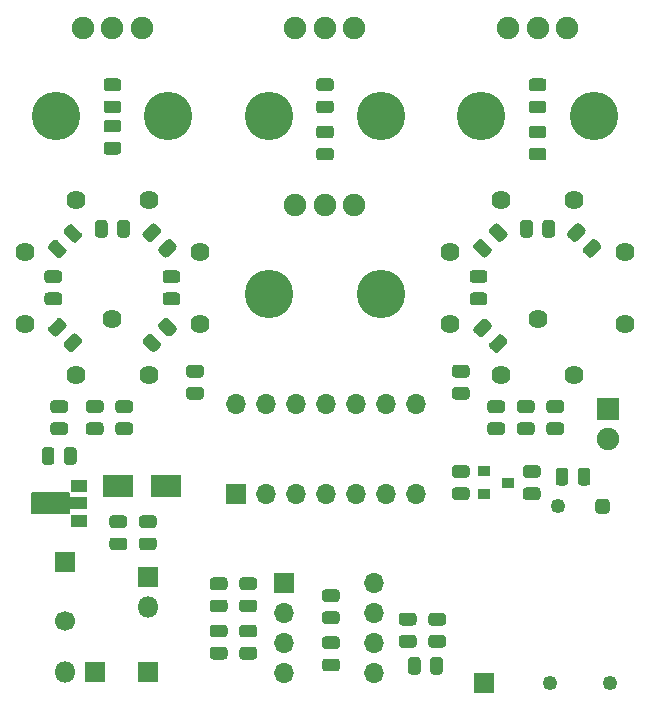
<source format=gbr>
%TF.GenerationSoftware,KiCad,Pcbnew,(5.1.6)-1*%
%TF.CreationDate,2023-06-25T00:19:37-07:00*%
%TF.ProjectId,tremolo,7472656d-6f6c-46f2-9e6b-696361645f70,rev?*%
%TF.SameCoordinates,Original*%
%TF.FileFunction,Soldermask,Bot*%
%TF.FilePolarity,Negative*%
%FSLAX46Y46*%
G04 Gerber Fmt 4.6, Leading zero omitted, Abs format (unit mm)*
G04 Created by KiCad (PCBNEW (5.1.6)-1) date 2023-06-25 00:19:37*
%MOMM*%
%LPD*%
G01*
G04 APERTURE LIST*
%ADD10R,1.800000X1.800000*%
%ADD11C,1.250000*%
%ADD12R,2.600000X1.900000*%
%ADD13R,1.400000X1.000000*%
%ADD14C,0.100000*%
%ADD15R,1.000000X0.900000*%
%ADD16R,1.700000X1.700000*%
%ADD17C,1.700000*%
%ADD18O,1.700000X1.700000*%
%ADD19C,1.624000*%
%ADD20O,1.800000X1.800000*%
%ADD21C,4.100000*%
%ADD22C,1.900000*%
%ADD23R,1.900000X1.900000*%
G04 APERTURE END LIST*
D10*
%TO.C,J5*%
X106000000Y-138500000D03*
%TD*%
%TO.C,J4*%
X77500000Y-137500000D03*
%TD*%
%TO.C,U3*%
G36*
G01*
X115687500Y-122875000D02*
X116312500Y-122875000D01*
G75*
G02*
X116625000Y-123187500I0J-312500D01*
G01*
X116625000Y-123812500D01*
G75*
G02*
X116312500Y-124125000I-312500J0D01*
G01*
X115687500Y-124125000D01*
G75*
G02*
X115375000Y-123812500I0J312500D01*
G01*
X115375000Y-123187500D01*
G75*
G02*
X115687500Y-122875000I312500J0D01*
G01*
G37*
D11*
X116640000Y-138500000D03*
X111560000Y-138500000D03*
X112200000Y-123500000D03*
%TD*%
D12*
%TO.C,D1*%
X79000000Y-121750000D03*
X75000000Y-121750000D03*
%TD*%
D13*
%TO.C,U2*%
X71650000Y-121750000D03*
X71650000Y-124750000D03*
D14*
G36*
X67690245Y-124165539D02*
G01*
X67680866Y-124162694D01*
X67672221Y-124158073D01*
X67664645Y-124151855D01*
X67658427Y-124144279D01*
X67653806Y-124135634D01*
X67650961Y-124126255D01*
X67650000Y-124116500D01*
X67650000Y-122383500D01*
X67650961Y-122373745D01*
X67653806Y-122364366D01*
X67658427Y-122355721D01*
X67664645Y-122348145D01*
X67672221Y-122341927D01*
X67680866Y-122337306D01*
X67690245Y-122334461D01*
X67700000Y-122333500D01*
X70825000Y-122333500D01*
X70834755Y-122334461D01*
X70844134Y-122337306D01*
X70852779Y-122341927D01*
X70860355Y-122348145D01*
X70866573Y-122355721D01*
X70871194Y-122364366D01*
X70874039Y-122373745D01*
X70875000Y-122383500D01*
X70875000Y-122750000D01*
X72300000Y-122750000D01*
X72309755Y-122750961D01*
X72319134Y-122753806D01*
X72327779Y-122758427D01*
X72335355Y-122764645D01*
X72341573Y-122772221D01*
X72346194Y-122780866D01*
X72349039Y-122790245D01*
X72350000Y-122800000D01*
X72350000Y-123700000D01*
X72349039Y-123709755D01*
X72346194Y-123719134D01*
X72341573Y-123727779D01*
X72335355Y-123735355D01*
X72327779Y-123741573D01*
X72319134Y-123746194D01*
X72309755Y-123749039D01*
X72300000Y-123750000D01*
X70875000Y-123750000D01*
X70875000Y-124116500D01*
X70874039Y-124126255D01*
X70871194Y-124135634D01*
X70866573Y-124144279D01*
X70860355Y-124151855D01*
X70852779Y-124158073D01*
X70844134Y-124162694D01*
X70834755Y-124165539D01*
X70825000Y-124166500D01*
X67700000Y-124166500D01*
X67690245Y-124165539D01*
G37*
%TD*%
D15*
%TO.C,Q1*%
X108000000Y-121500000D03*
X106000000Y-120550000D03*
X106000000Y-122450000D03*
%TD*%
D16*
%TO.C,C5*%
X70500000Y-128250000D03*
D17*
X70500000Y-133250000D03*
%TD*%
D18*
%TO.C,U4*%
X96620000Y-130000000D03*
X89000000Y-137620000D03*
X96620000Y-132540000D03*
X89000000Y-135080000D03*
X96620000Y-135080000D03*
X89000000Y-132540000D03*
X96620000Y-137620000D03*
D16*
X89000000Y-130000000D03*
%TD*%
D18*
%TO.C,U1*%
X85000000Y-114880000D03*
X100240000Y-122500000D03*
X87540000Y-114880000D03*
X97700000Y-122500000D03*
X90080000Y-114880000D03*
X95160000Y-122500000D03*
X92620000Y-114880000D03*
X92620000Y-122500000D03*
X95160000Y-114880000D03*
X90080000Y-122500000D03*
X97700000Y-114880000D03*
X87540000Y-122500000D03*
X100240000Y-114880000D03*
D16*
X85000000Y-122500000D03*
%TD*%
D19*
%TO.C,SW4*%
X110500000Y-107650000D03*
X103108964Y-108061467D03*
X107438533Y-97608964D03*
X117891036Y-101938533D03*
X107438533Y-112391036D03*
X103108964Y-101938533D03*
X113561467Y-97608964D03*
X117891036Y-108061467D03*
X113561467Y-112391036D03*
%TD*%
%TO.C,SW3*%
X74500000Y-107650000D03*
X67108964Y-108061467D03*
X71438533Y-97608964D03*
X81891036Y-101938533D03*
X71438533Y-112391036D03*
X67108964Y-101938533D03*
X77561467Y-97608964D03*
X81891036Y-108061467D03*
X77561467Y-112391036D03*
%TD*%
D20*
%TO.C,SW1*%
X70460000Y-137500000D03*
D10*
X73000000Y-137500000D03*
%TD*%
D21*
%TO.C,RV4*%
X87750000Y-105500000D03*
X97250000Y-105500000D03*
D22*
X90000000Y-98000000D03*
X92500000Y-98000000D03*
X95000000Y-98000000D03*
%TD*%
D21*
%TO.C,RV3*%
X105750000Y-90500000D03*
X115250000Y-90500000D03*
D22*
X108000000Y-83000000D03*
X110500000Y-83000000D03*
X113000000Y-83000000D03*
%TD*%
D21*
%TO.C,RV2*%
X87750000Y-90500000D03*
X97250000Y-90500000D03*
D22*
X90000000Y-83000000D03*
X92500000Y-83000000D03*
X95000000Y-83000000D03*
%TD*%
D21*
%TO.C,RV1*%
X69750000Y-90500000D03*
X79250000Y-90500000D03*
D22*
X72000000Y-83000000D03*
X74500000Y-83000000D03*
X77000000Y-83000000D03*
%TD*%
%TO.C,R31*%
G36*
G01*
X104481250Y-112600000D02*
X103518750Y-112600000D01*
G75*
G02*
X103250000Y-112331250I0J268750D01*
G01*
X103250000Y-111793750D01*
G75*
G02*
X103518750Y-111525000I268750J0D01*
G01*
X104481250Y-111525000D01*
G75*
G02*
X104750000Y-111793750I0J-268750D01*
G01*
X104750000Y-112331250D01*
G75*
G02*
X104481250Y-112600000I-268750J0D01*
G01*
G37*
G36*
G01*
X104481250Y-114475000D02*
X103518750Y-114475000D01*
G75*
G02*
X103250000Y-114206250I0J268750D01*
G01*
X103250000Y-113668750D01*
G75*
G02*
X103518750Y-113400000I268750J0D01*
G01*
X104481250Y-113400000D01*
G75*
G02*
X104750000Y-113668750I0J-268750D01*
G01*
X104750000Y-114206250D01*
G75*
G02*
X104481250Y-114475000I-268750J0D01*
G01*
G37*
%TD*%
%TO.C,R30*%
G36*
G01*
X85518750Y-131400000D02*
X86481250Y-131400000D01*
G75*
G02*
X86750000Y-131668750I0J-268750D01*
G01*
X86750000Y-132206250D01*
G75*
G02*
X86481250Y-132475000I-268750J0D01*
G01*
X85518750Y-132475000D01*
G75*
G02*
X85250000Y-132206250I0J268750D01*
G01*
X85250000Y-131668750D01*
G75*
G02*
X85518750Y-131400000I268750J0D01*
G01*
G37*
G36*
G01*
X85518750Y-129525000D02*
X86481250Y-129525000D01*
G75*
G02*
X86750000Y-129793750I0J-268750D01*
G01*
X86750000Y-130331250D01*
G75*
G02*
X86481250Y-130600000I-268750J0D01*
G01*
X85518750Y-130600000D01*
G75*
G02*
X85250000Y-130331250I0J268750D01*
G01*
X85250000Y-129793750D01*
G75*
G02*
X85518750Y-129525000I268750J0D01*
G01*
G37*
%TD*%
%TO.C,R29*%
G36*
G01*
X100600000Y-136518750D02*
X100600000Y-137481250D01*
G75*
G02*
X100331250Y-137750000I-268750J0D01*
G01*
X99793750Y-137750000D01*
G75*
G02*
X99525000Y-137481250I0J268750D01*
G01*
X99525000Y-136518750D01*
G75*
G02*
X99793750Y-136250000I268750J0D01*
G01*
X100331250Y-136250000D01*
G75*
G02*
X100600000Y-136518750I0J-268750D01*
G01*
G37*
G36*
G01*
X102475000Y-136518750D02*
X102475000Y-137481250D01*
G75*
G02*
X102206250Y-137750000I-268750J0D01*
G01*
X101668750Y-137750000D01*
G75*
G02*
X101400000Y-137481250I0J268750D01*
G01*
X101400000Y-136518750D01*
G75*
G02*
X101668750Y-136250000I268750J0D01*
G01*
X102206250Y-136250000D01*
G75*
G02*
X102475000Y-136518750I0J-268750D01*
G01*
G37*
%TD*%
%TO.C,R28*%
G36*
G01*
X86481250Y-134600000D02*
X85518750Y-134600000D01*
G75*
G02*
X85250000Y-134331250I0J268750D01*
G01*
X85250000Y-133793750D01*
G75*
G02*
X85518750Y-133525000I268750J0D01*
G01*
X86481250Y-133525000D01*
G75*
G02*
X86750000Y-133793750I0J-268750D01*
G01*
X86750000Y-134331250D01*
G75*
G02*
X86481250Y-134600000I-268750J0D01*
G01*
G37*
G36*
G01*
X86481250Y-136475000D02*
X85518750Y-136475000D01*
G75*
G02*
X85250000Y-136206250I0J268750D01*
G01*
X85250000Y-135668750D01*
G75*
G02*
X85518750Y-135400000I268750J0D01*
G01*
X86481250Y-135400000D01*
G75*
G02*
X86750000Y-135668750I0J-268750D01*
G01*
X86750000Y-136206250D01*
G75*
G02*
X86481250Y-136475000I-268750J0D01*
G01*
G37*
%TD*%
%TO.C,R27*%
G36*
G01*
X106442548Y-109685638D02*
X107123138Y-109005048D01*
G75*
G02*
X107503208Y-109005048I190035J-190035D01*
G01*
X107883278Y-109385118D01*
G75*
G02*
X107883278Y-109765188I-190035J-190035D01*
G01*
X107202688Y-110445778D01*
G75*
G02*
X106822618Y-110445778I-190035J190035D01*
G01*
X106442548Y-110065708D01*
G75*
G02*
X106442548Y-109685638I190035J190035D01*
G01*
G37*
G36*
G01*
X105116722Y-108359812D02*
X105797312Y-107679222D01*
G75*
G02*
X106177382Y-107679222I190035J-190035D01*
G01*
X106557452Y-108059292D01*
G75*
G02*
X106557452Y-108439362I-190035J-190035D01*
G01*
X105876862Y-109119952D01*
G75*
G02*
X105496792Y-109119952I-190035J190035D01*
G01*
X105116722Y-108739882D01*
G75*
G02*
X105116722Y-108359812I190035J190035D01*
G01*
G37*
%TD*%
%TO.C,R26*%
G36*
G01*
X83018750Y-131400000D02*
X83981250Y-131400000D01*
G75*
G02*
X84250000Y-131668750I0J-268750D01*
G01*
X84250000Y-132206250D01*
G75*
G02*
X83981250Y-132475000I-268750J0D01*
G01*
X83018750Y-132475000D01*
G75*
G02*
X82750000Y-132206250I0J268750D01*
G01*
X82750000Y-131668750D01*
G75*
G02*
X83018750Y-131400000I268750J0D01*
G01*
G37*
G36*
G01*
X83018750Y-129525000D02*
X83981250Y-129525000D01*
G75*
G02*
X84250000Y-129793750I0J-268750D01*
G01*
X84250000Y-130331250D01*
G75*
G02*
X83981250Y-130600000I-268750J0D01*
G01*
X83018750Y-130600000D01*
G75*
G02*
X82750000Y-130331250I0J268750D01*
G01*
X82750000Y-129793750D01*
G75*
G02*
X83018750Y-129525000I268750J0D01*
G01*
G37*
%TD*%
%TO.C,R25*%
G36*
G01*
X105018750Y-105400000D02*
X105981250Y-105400000D01*
G75*
G02*
X106250000Y-105668750I0J-268750D01*
G01*
X106250000Y-106206250D01*
G75*
G02*
X105981250Y-106475000I-268750J0D01*
G01*
X105018750Y-106475000D01*
G75*
G02*
X104750000Y-106206250I0J268750D01*
G01*
X104750000Y-105668750D01*
G75*
G02*
X105018750Y-105400000I268750J0D01*
G01*
G37*
G36*
G01*
X105018750Y-103525000D02*
X105981250Y-103525000D01*
G75*
G02*
X106250000Y-103793750I0J-268750D01*
G01*
X106250000Y-104331250D01*
G75*
G02*
X105981250Y-104600000I-268750J0D01*
G01*
X105018750Y-104600000D01*
G75*
G02*
X104750000Y-104331250I0J268750D01*
G01*
X104750000Y-103793750D01*
G75*
G02*
X105018750Y-103525000I268750J0D01*
G01*
G37*
%TD*%
%TO.C,R24*%
G36*
G01*
X109018750Y-114525000D02*
X109981250Y-114525000D01*
G75*
G02*
X110250000Y-114793750I0J-268750D01*
G01*
X110250000Y-115331250D01*
G75*
G02*
X109981250Y-115600000I-268750J0D01*
G01*
X109018750Y-115600000D01*
G75*
G02*
X108750000Y-115331250I0J268750D01*
G01*
X108750000Y-114793750D01*
G75*
G02*
X109018750Y-114525000I268750J0D01*
G01*
G37*
G36*
G01*
X109018750Y-116400000D02*
X109981250Y-116400000D01*
G75*
G02*
X110250000Y-116668750I0J-268750D01*
G01*
X110250000Y-117206250D01*
G75*
G02*
X109981250Y-117475000I-268750J0D01*
G01*
X109018750Y-117475000D01*
G75*
G02*
X108750000Y-117206250I0J268750D01*
G01*
X108750000Y-116668750D01*
G75*
G02*
X109018750Y-116400000I268750J0D01*
G01*
G37*
%TD*%
%TO.C,R23*%
G36*
G01*
X105876862Y-100942548D02*
X106557452Y-101623138D01*
G75*
G02*
X106557452Y-102003208I-190035J-190035D01*
G01*
X106177382Y-102383278D01*
G75*
G02*
X105797312Y-102383278I-190035J190035D01*
G01*
X105116722Y-101702688D01*
G75*
G02*
X105116722Y-101322618I190035J190035D01*
G01*
X105496792Y-100942548D01*
G75*
G02*
X105876862Y-100942548I190035J-190035D01*
G01*
G37*
G36*
G01*
X107202688Y-99616722D02*
X107883278Y-100297312D01*
G75*
G02*
X107883278Y-100677382I-190035J-190035D01*
G01*
X107503208Y-101057452D01*
G75*
G02*
X107123138Y-101057452I-190035J190035D01*
G01*
X106442548Y-100376862D01*
G75*
G02*
X106442548Y-99996792I190035J190035D01*
G01*
X106822618Y-99616722D01*
G75*
G02*
X107202688Y-99616722I190035J-190035D01*
G01*
G37*
%TD*%
%TO.C,R22*%
G36*
G01*
X110100000Y-99518750D02*
X110100000Y-100481250D01*
G75*
G02*
X109831250Y-100750000I-268750J0D01*
G01*
X109293750Y-100750000D01*
G75*
G02*
X109025000Y-100481250I0J268750D01*
G01*
X109025000Y-99518750D01*
G75*
G02*
X109293750Y-99250000I268750J0D01*
G01*
X109831250Y-99250000D01*
G75*
G02*
X110100000Y-99518750I0J-268750D01*
G01*
G37*
G36*
G01*
X111975000Y-99518750D02*
X111975000Y-100481250D01*
G75*
G02*
X111706250Y-100750000I-268750J0D01*
G01*
X111168750Y-100750000D01*
G75*
G02*
X110900000Y-100481250I0J268750D01*
G01*
X110900000Y-99518750D01*
G75*
G02*
X111168750Y-99250000I268750J0D01*
G01*
X111706250Y-99250000D01*
G75*
G02*
X111975000Y-99518750I0J-268750D01*
G01*
G37*
%TD*%
%TO.C,R21*%
G36*
G01*
X109518750Y-121900000D02*
X110481250Y-121900000D01*
G75*
G02*
X110750000Y-122168750I0J-268750D01*
G01*
X110750000Y-122706250D01*
G75*
G02*
X110481250Y-122975000I-268750J0D01*
G01*
X109518750Y-122975000D01*
G75*
G02*
X109250000Y-122706250I0J268750D01*
G01*
X109250000Y-122168750D01*
G75*
G02*
X109518750Y-121900000I268750J0D01*
G01*
G37*
G36*
G01*
X109518750Y-120025000D02*
X110481250Y-120025000D01*
G75*
G02*
X110750000Y-120293750I0J-268750D01*
G01*
X110750000Y-120831250D01*
G75*
G02*
X110481250Y-121100000I-268750J0D01*
G01*
X109518750Y-121100000D01*
G75*
G02*
X109250000Y-120831250I0J268750D01*
G01*
X109250000Y-120293750D01*
G75*
G02*
X109518750Y-120025000I268750J0D01*
G01*
G37*
%TD*%
%TO.C,R20*%
G36*
G01*
X114494952Y-100376862D02*
X113814362Y-101057452D01*
G75*
G02*
X113434292Y-101057452I-190035J190035D01*
G01*
X113054222Y-100677382D01*
G75*
G02*
X113054222Y-100297312I190035J190035D01*
G01*
X113734812Y-99616722D01*
G75*
G02*
X114114882Y-99616722I190035J-190035D01*
G01*
X114494952Y-99996792D01*
G75*
G02*
X114494952Y-100376862I-190035J-190035D01*
G01*
G37*
G36*
G01*
X115820778Y-101702688D02*
X115140188Y-102383278D01*
G75*
G02*
X114760118Y-102383278I-190035J190035D01*
G01*
X114380048Y-102003208D01*
G75*
G02*
X114380048Y-101623138I190035J190035D01*
G01*
X115060638Y-100942548D01*
G75*
G02*
X115440708Y-100942548I190035J-190035D01*
G01*
X115820778Y-101322618D01*
G75*
G02*
X115820778Y-101702688I-190035J-190035D01*
G01*
G37*
%TD*%
%TO.C,R19*%
G36*
G01*
X104481250Y-121100000D02*
X103518750Y-121100000D01*
G75*
G02*
X103250000Y-120831250I0J268750D01*
G01*
X103250000Y-120293750D01*
G75*
G02*
X103518750Y-120025000I268750J0D01*
G01*
X104481250Y-120025000D01*
G75*
G02*
X104750000Y-120293750I0J-268750D01*
G01*
X104750000Y-120831250D01*
G75*
G02*
X104481250Y-121100000I-268750J0D01*
G01*
G37*
G36*
G01*
X104481250Y-122975000D02*
X103518750Y-122975000D01*
G75*
G02*
X103250000Y-122706250I0J268750D01*
G01*
X103250000Y-122168750D01*
G75*
G02*
X103518750Y-121900000I268750J0D01*
G01*
X104481250Y-121900000D01*
G75*
G02*
X104750000Y-122168750I0J-268750D01*
G01*
X104750000Y-122706250D01*
G75*
G02*
X104481250Y-122975000I-268750J0D01*
G01*
G37*
%TD*%
%TO.C,R18*%
G36*
G01*
X113900000Y-121481250D02*
X113900000Y-120518750D01*
G75*
G02*
X114168750Y-120250000I268750J0D01*
G01*
X114706250Y-120250000D01*
G75*
G02*
X114975000Y-120518750I0J-268750D01*
G01*
X114975000Y-121481250D01*
G75*
G02*
X114706250Y-121750000I-268750J0D01*
G01*
X114168750Y-121750000D01*
G75*
G02*
X113900000Y-121481250I0J268750D01*
G01*
G37*
G36*
G01*
X112025000Y-121481250D02*
X112025000Y-120518750D01*
G75*
G02*
X112293750Y-120250000I268750J0D01*
G01*
X112831250Y-120250000D01*
G75*
G02*
X113100000Y-120518750I0J-268750D01*
G01*
X113100000Y-121481250D01*
G75*
G02*
X112831250Y-121750000I-268750J0D01*
G01*
X112293750Y-121750000D01*
G75*
G02*
X112025000Y-121481250I0J268750D01*
G01*
G37*
%TD*%
%TO.C,R17*%
G36*
G01*
X112481250Y-115600000D02*
X111518750Y-115600000D01*
G75*
G02*
X111250000Y-115331250I0J268750D01*
G01*
X111250000Y-114793750D01*
G75*
G02*
X111518750Y-114525000I268750J0D01*
G01*
X112481250Y-114525000D01*
G75*
G02*
X112750000Y-114793750I0J-268750D01*
G01*
X112750000Y-115331250D01*
G75*
G02*
X112481250Y-115600000I-268750J0D01*
G01*
G37*
G36*
G01*
X112481250Y-117475000D02*
X111518750Y-117475000D01*
G75*
G02*
X111250000Y-117206250I0J268750D01*
G01*
X111250000Y-116668750D01*
G75*
G02*
X111518750Y-116400000I268750J0D01*
G01*
X112481250Y-116400000D01*
G75*
G02*
X112750000Y-116668750I0J-268750D01*
G01*
X112750000Y-117206250D01*
G75*
G02*
X112481250Y-117475000I-268750J0D01*
G01*
G37*
%TD*%
%TO.C,R16*%
G36*
G01*
X70442548Y-109623138D02*
X71123138Y-108942548D01*
G75*
G02*
X71503208Y-108942548I190035J-190035D01*
G01*
X71883278Y-109322618D01*
G75*
G02*
X71883278Y-109702688I-190035J-190035D01*
G01*
X71202688Y-110383278D01*
G75*
G02*
X70822618Y-110383278I-190035J190035D01*
G01*
X70442548Y-110003208D01*
G75*
G02*
X70442548Y-109623138I190035J190035D01*
G01*
G37*
G36*
G01*
X69116722Y-108297312D02*
X69797312Y-107616722D01*
G75*
G02*
X70177382Y-107616722I190035J-190035D01*
G01*
X70557452Y-107996792D01*
G75*
G02*
X70557452Y-108376862I-190035J-190035D01*
G01*
X69876862Y-109057452D01*
G75*
G02*
X69496792Y-109057452I-190035J190035D01*
G01*
X69116722Y-108677382D01*
G75*
G02*
X69116722Y-108297312I190035J190035D01*
G01*
G37*
%TD*%
%TO.C,R15*%
G36*
G01*
X69518750Y-116400000D02*
X70481250Y-116400000D01*
G75*
G02*
X70750000Y-116668750I0J-268750D01*
G01*
X70750000Y-117206250D01*
G75*
G02*
X70481250Y-117475000I-268750J0D01*
G01*
X69518750Y-117475000D01*
G75*
G02*
X69250000Y-117206250I0J268750D01*
G01*
X69250000Y-116668750D01*
G75*
G02*
X69518750Y-116400000I268750J0D01*
G01*
G37*
G36*
G01*
X69518750Y-114525000D02*
X70481250Y-114525000D01*
G75*
G02*
X70750000Y-114793750I0J-268750D01*
G01*
X70750000Y-115331250D01*
G75*
G02*
X70481250Y-115600000I-268750J0D01*
G01*
X69518750Y-115600000D01*
G75*
G02*
X69250000Y-115331250I0J268750D01*
G01*
X69250000Y-114793750D01*
G75*
G02*
X69518750Y-114525000I268750J0D01*
G01*
G37*
%TD*%
%TO.C,R14*%
G36*
G01*
X69981250Y-104600000D02*
X69018750Y-104600000D01*
G75*
G02*
X68750000Y-104331250I0J268750D01*
G01*
X68750000Y-103793750D01*
G75*
G02*
X69018750Y-103525000I268750J0D01*
G01*
X69981250Y-103525000D01*
G75*
G02*
X70250000Y-103793750I0J-268750D01*
G01*
X70250000Y-104331250D01*
G75*
G02*
X69981250Y-104600000I-268750J0D01*
G01*
G37*
G36*
G01*
X69981250Y-106475000D02*
X69018750Y-106475000D01*
G75*
G02*
X68750000Y-106206250I0J268750D01*
G01*
X68750000Y-105668750D01*
G75*
G02*
X69018750Y-105400000I268750J0D01*
G01*
X69981250Y-105400000D01*
G75*
G02*
X70250000Y-105668750I0J-268750D01*
G01*
X70250000Y-106206250D01*
G75*
G02*
X69981250Y-106475000I-268750J0D01*
G01*
G37*
%TD*%
%TO.C,R13*%
G36*
G01*
X69876862Y-101005048D02*
X70557452Y-101685638D01*
G75*
G02*
X70557452Y-102065708I-190035J-190035D01*
G01*
X70177382Y-102445778D01*
G75*
G02*
X69797312Y-102445778I-190035J190035D01*
G01*
X69116722Y-101765188D01*
G75*
G02*
X69116722Y-101385118I190035J190035D01*
G01*
X69496792Y-101005048D01*
G75*
G02*
X69876862Y-101005048I190035J-190035D01*
G01*
G37*
G36*
G01*
X71202688Y-99679222D02*
X71883278Y-100359812D01*
G75*
G02*
X71883278Y-100739882I-190035J-190035D01*
G01*
X71503208Y-101119952D01*
G75*
G02*
X71123138Y-101119952I-190035J190035D01*
G01*
X70442548Y-100439362D01*
G75*
G02*
X70442548Y-100059292I190035J190035D01*
G01*
X70822618Y-99679222D01*
G75*
G02*
X71202688Y-99679222I190035J-190035D01*
G01*
G37*
%TD*%
%TO.C,R12*%
G36*
G01*
X74100000Y-99518750D02*
X74100000Y-100481250D01*
G75*
G02*
X73831250Y-100750000I-268750J0D01*
G01*
X73293750Y-100750000D01*
G75*
G02*
X73025000Y-100481250I0J268750D01*
G01*
X73025000Y-99518750D01*
G75*
G02*
X73293750Y-99250000I268750J0D01*
G01*
X73831250Y-99250000D01*
G75*
G02*
X74100000Y-99518750I0J-268750D01*
G01*
G37*
G36*
G01*
X75975000Y-99518750D02*
X75975000Y-100481250D01*
G75*
G02*
X75706250Y-100750000I-268750J0D01*
G01*
X75168750Y-100750000D01*
G75*
G02*
X74900000Y-100481250I0J268750D01*
G01*
X74900000Y-99518750D01*
G75*
G02*
X75168750Y-99250000I268750J0D01*
G01*
X75706250Y-99250000D01*
G75*
G02*
X75975000Y-99518750I0J-268750D01*
G01*
G37*
%TD*%
%TO.C,R11*%
G36*
G01*
X75018750Y-116400000D02*
X75981250Y-116400000D01*
G75*
G02*
X76250000Y-116668750I0J-268750D01*
G01*
X76250000Y-117206250D01*
G75*
G02*
X75981250Y-117475000I-268750J0D01*
G01*
X75018750Y-117475000D01*
G75*
G02*
X74750000Y-117206250I0J268750D01*
G01*
X74750000Y-116668750D01*
G75*
G02*
X75018750Y-116400000I268750J0D01*
G01*
G37*
G36*
G01*
X75018750Y-114525000D02*
X75981250Y-114525000D01*
G75*
G02*
X76250000Y-114793750I0J-268750D01*
G01*
X76250000Y-115331250D01*
G75*
G02*
X75981250Y-115600000I-268750J0D01*
G01*
X75018750Y-115600000D01*
G75*
G02*
X74750000Y-115331250I0J268750D01*
G01*
X74750000Y-114793750D01*
G75*
G02*
X75018750Y-114525000I268750J0D01*
G01*
G37*
%TD*%
%TO.C,R10*%
G36*
G01*
X78557452Y-100376862D02*
X77876862Y-101057452D01*
G75*
G02*
X77496792Y-101057452I-190035J190035D01*
G01*
X77116722Y-100677382D01*
G75*
G02*
X77116722Y-100297312I190035J190035D01*
G01*
X77797312Y-99616722D01*
G75*
G02*
X78177382Y-99616722I190035J-190035D01*
G01*
X78557452Y-99996792D01*
G75*
G02*
X78557452Y-100376862I-190035J-190035D01*
G01*
G37*
G36*
G01*
X79883278Y-101702688D02*
X79202688Y-102383278D01*
G75*
G02*
X78822618Y-102383278I-190035J190035D01*
G01*
X78442548Y-102003208D01*
G75*
G02*
X78442548Y-101623138I190035J190035D01*
G01*
X79123138Y-100942548D01*
G75*
G02*
X79503208Y-100942548I190035J-190035D01*
G01*
X79883278Y-101322618D01*
G75*
G02*
X79883278Y-101702688I-190035J-190035D01*
G01*
G37*
%TD*%
%TO.C,R9*%
G36*
G01*
X92518750Y-136400000D02*
X93481250Y-136400000D01*
G75*
G02*
X93750000Y-136668750I0J-268750D01*
G01*
X93750000Y-137206250D01*
G75*
G02*
X93481250Y-137475000I-268750J0D01*
G01*
X92518750Y-137475000D01*
G75*
G02*
X92250000Y-137206250I0J268750D01*
G01*
X92250000Y-136668750D01*
G75*
G02*
X92518750Y-136400000I268750J0D01*
G01*
G37*
G36*
G01*
X92518750Y-134525000D02*
X93481250Y-134525000D01*
G75*
G02*
X93750000Y-134793750I0J-268750D01*
G01*
X93750000Y-135331250D01*
G75*
G02*
X93481250Y-135600000I-268750J0D01*
G01*
X92518750Y-135600000D01*
G75*
G02*
X92250000Y-135331250I0J268750D01*
G01*
X92250000Y-134793750D01*
G75*
G02*
X92518750Y-134525000I268750J0D01*
G01*
G37*
%TD*%
%TO.C,R8*%
G36*
G01*
X79981250Y-104600000D02*
X79018750Y-104600000D01*
G75*
G02*
X78750000Y-104331250I0J268750D01*
G01*
X78750000Y-103793750D01*
G75*
G02*
X79018750Y-103525000I268750J0D01*
G01*
X79981250Y-103525000D01*
G75*
G02*
X80250000Y-103793750I0J-268750D01*
G01*
X80250000Y-104331250D01*
G75*
G02*
X79981250Y-104600000I-268750J0D01*
G01*
G37*
G36*
G01*
X79981250Y-106475000D02*
X79018750Y-106475000D01*
G75*
G02*
X78750000Y-106206250I0J268750D01*
G01*
X78750000Y-105668750D01*
G75*
G02*
X79018750Y-105400000I268750J0D01*
G01*
X79981250Y-105400000D01*
G75*
G02*
X80250000Y-105668750I0J-268750D01*
G01*
X80250000Y-106206250D01*
G75*
G02*
X79981250Y-106475000I-268750J0D01*
G01*
G37*
%TD*%
%TO.C,R7*%
G36*
G01*
X92518750Y-132400000D02*
X93481250Y-132400000D01*
G75*
G02*
X93750000Y-132668750I0J-268750D01*
G01*
X93750000Y-133206250D01*
G75*
G02*
X93481250Y-133475000I-268750J0D01*
G01*
X92518750Y-133475000D01*
G75*
G02*
X92250000Y-133206250I0J268750D01*
G01*
X92250000Y-132668750D01*
G75*
G02*
X92518750Y-132400000I268750J0D01*
G01*
G37*
G36*
G01*
X92518750Y-130525000D02*
X93481250Y-130525000D01*
G75*
G02*
X93750000Y-130793750I0J-268750D01*
G01*
X93750000Y-131331250D01*
G75*
G02*
X93481250Y-131600000I-268750J0D01*
G01*
X92518750Y-131600000D01*
G75*
G02*
X92250000Y-131331250I0J268750D01*
G01*
X92250000Y-130793750D01*
G75*
G02*
X92518750Y-130525000I268750J0D01*
G01*
G37*
%TD*%
%TO.C,R6*%
G36*
G01*
X79123138Y-109057452D02*
X78442548Y-108376862D01*
G75*
G02*
X78442548Y-107996792I190035J190035D01*
G01*
X78822618Y-107616722D01*
G75*
G02*
X79202688Y-107616722I190035J-190035D01*
G01*
X79883278Y-108297312D01*
G75*
G02*
X79883278Y-108677382I-190035J-190035D01*
G01*
X79503208Y-109057452D01*
G75*
G02*
X79123138Y-109057452I-190035J190035D01*
G01*
G37*
G36*
G01*
X77797312Y-110383278D02*
X77116722Y-109702688D01*
G75*
G02*
X77116722Y-109322618I190035J190035D01*
G01*
X77496792Y-108942548D01*
G75*
G02*
X77876862Y-108942548I190035J-190035D01*
G01*
X78557452Y-109623138D01*
G75*
G02*
X78557452Y-110003208I-190035J-190035D01*
G01*
X78177382Y-110383278D01*
G75*
G02*
X77797312Y-110383278I-190035J190035D01*
G01*
G37*
%TD*%
%TO.C,R5*%
G36*
G01*
X77018750Y-124275000D02*
X77981250Y-124275000D01*
G75*
G02*
X78250000Y-124543750I0J-268750D01*
G01*
X78250000Y-125081250D01*
G75*
G02*
X77981250Y-125350000I-268750J0D01*
G01*
X77018750Y-125350000D01*
G75*
G02*
X76750000Y-125081250I0J268750D01*
G01*
X76750000Y-124543750D01*
G75*
G02*
X77018750Y-124275000I268750J0D01*
G01*
G37*
G36*
G01*
X77018750Y-126150000D02*
X77981250Y-126150000D01*
G75*
G02*
X78250000Y-126418750I0J-268750D01*
G01*
X78250000Y-126956250D01*
G75*
G02*
X77981250Y-127225000I-268750J0D01*
G01*
X77018750Y-127225000D01*
G75*
G02*
X76750000Y-126956250I0J268750D01*
G01*
X76750000Y-126418750D01*
G75*
G02*
X77018750Y-126150000I268750J0D01*
G01*
G37*
%TD*%
%TO.C,R4*%
G36*
G01*
X81018750Y-113400000D02*
X81981250Y-113400000D01*
G75*
G02*
X82250000Y-113668750I0J-268750D01*
G01*
X82250000Y-114206250D01*
G75*
G02*
X81981250Y-114475000I-268750J0D01*
G01*
X81018750Y-114475000D01*
G75*
G02*
X80750000Y-114206250I0J268750D01*
G01*
X80750000Y-113668750D01*
G75*
G02*
X81018750Y-113400000I268750J0D01*
G01*
G37*
G36*
G01*
X81018750Y-111525000D02*
X81981250Y-111525000D01*
G75*
G02*
X82250000Y-111793750I0J-268750D01*
G01*
X82250000Y-112331250D01*
G75*
G02*
X81981250Y-112600000I-268750J0D01*
G01*
X81018750Y-112600000D01*
G75*
G02*
X80750000Y-112331250I0J268750D01*
G01*
X80750000Y-111793750D01*
G75*
G02*
X81018750Y-111525000I268750J0D01*
G01*
G37*
%TD*%
%TO.C,R3*%
G36*
G01*
X110018750Y-89150000D02*
X110981250Y-89150000D01*
G75*
G02*
X111250000Y-89418750I0J-268750D01*
G01*
X111250000Y-89956250D01*
G75*
G02*
X110981250Y-90225000I-268750J0D01*
G01*
X110018750Y-90225000D01*
G75*
G02*
X109750000Y-89956250I0J268750D01*
G01*
X109750000Y-89418750D01*
G75*
G02*
X110018750Y-89150000I268750J0D01*
G01*
G37*
G36*
G01*
X110018750Y-87275000D02*
X110981250Y-87275000D01*
G75*
G02*
X111250000Y-87543750I0J-268750D01*
G01*
X111250000Y-88081250D01*
G75*
G02*
X110981250Y-88350000I-268750J0D01*
G01*
X110018750Y-88350000D01*
G75*
G02*
X109750000Y-88081250I0J268750D01*
G01*
X109750000Y-87543750D01*
G75*
G02*
X110018750Y-87275000I268750J0D01*
G01*
G37*
%TD*%
%TO.C,R2*%
G36*
G01*
X92018750Y-89150000D02*
X92981250Y-89150000D01*
G75*
G02*
X93250000Y-89418750I0J-268750D01*
G01*
X93250000Y-89956250D01*
G75*
G02*
X92981250Y-90225000I-268750J0D01*
G01*
X92018750Y-90225000D01*
G75*
G02*
X91750000Y-89956250I0J268750D01*
G01*
X91750000Y-89418750D01*
G75*
G02*
X92018750Y-89150000I268750J0D01*
G01*
G37*
G36*
G01*
X92018750Y-87275000D02*
X92981250Y-87275000D01*
G75*
G02*
X93250000Y-87543750I0J-268750D01*
G01*
X93250000Y-88081250D01*
G75*
G02*
X92981250Y-88350000I-268750J0D01*
G01*
X92018750Y-88350000D01*
G75*
G02*
X91750000Y-88081250I0J268750D01*
G01*
X91750000Y-87543750D01*
G75*
G02*
X92018750Y-87275000I268750J0D01*
G01*
G37*
%TD*%
%TO.C,R1*%
G36*
G01*
X74018750Y-89150000D02*
X74981250Y-89150000D01*
G75*
G02*
X75250000Y-89418750I0J-268750D01*
G01*
X75250000Y-89956250D01*
G75*
G02*
X74981250Y-90225000I-268750J0D01*
G01*
X74018750Y-90225000D01*
G75*
G02*
X73750000Y-89956250I0J268750D01*
G01*
X73750000Y-89418750D01*
G75*
G02*
X74018750Y-89150000I268750J0D01*
G01*
G37*
G36*
G01*
X74018750Y-87275000D02*
X74981250Y-87275000D01*
G75*
G02*
X75250000Y-87543750I0J-268750D01*
G01*
X75250000Y-88081250D01*
G75*
G02*
X74981250Y-88350000I-268750J0D01*
G01*
X74018750Y-88350000D01*
G75*
G02*
X73750000Y-88081250I0J268750D01*
G01*
X73750000Y-87543750D01*
G75*
G02*
X74018750Y-87275000I268750J0D01*
G01*
G37*
%TD*%
D10*
%TO.C,J1*%
X77500000Y-129500000D03*
D20*
X77500000Y-132040000D03*
%TD*%
D22*
%TO.C,D2*%
X116500000Y-117790000D03*
D23*
X116500000Y-115250000D03*
%TD*%
%TO.C,C11*%
G36*
G01*
X99981250Y-133600000D02*
X99018750Y-133600000D01*
G75*
G02*
X98750000Y-133331250I0J268750D01*
G01*
X98750000Y-132793750D01*
G75*
G02*
X99018750Y-132525000I268750J0D01*
G01*
X99981250Y-132525000D01*
G75*
G02*
X100250000Y-132793750I0J-268750D01*
G01*
X100250000Y-133331250D01*
G75*
G02*
X99981250Y-133600000I-268750J0D01*
G01*
G37*
G36*
G01*
X99981250Y-135475000D02*
X99018750Y-135475000D01*
G75*
G02*
X98750000Y-135206250I0J268750D01*
G01*
X98750000Y-134668750D01*
G75*
G02*
X99018750Y-134400000I268750J0D01*
G01*
X99981250Y-134400000D01*
G75*
G02*
X100250000Y-134668750I0J-268750D01*
G01*
X100250000Y-135206250D01*
G75*
G02*
X99981250Y-135475000I-268750J0D01*
G01*
G37*
%TD*%
%TO.C,C10*%
G36*
G01*
X102481250Y-133600000D02*
X101518750Y-133600000D01*
G75*
G02*
X101250000Y-133331250I0J268750D01*
G01*
X101250000Y-132793750D01*
G75*
G02*
X101518750Y-132525000I268750J0D01*
G01*
X102481250Y-132525000D01*
G75*
G02*
X102750000Y-132793750I0J-268750D01*
G01*
X102750000Y-133331250D01*
G75*
G02*
X102481250Y-133600000I-268750J0D01*
G01*
G37*
G36*
G01*
X102481250Y-135475000D02*
X101518750Y-135475000D01*
G75*
G02*
X101250000Y-135206250I0J268750D01*
G01*
X101250000Y-134668750D01*
G75*
G02*
X101518750Y-134400000I268750J0D01*
G01*
X102481250Y-134400000D01*
G75*
G02*
X102750000Y-134668750I0J-268750D01*
G01*
X102750000Y-135206250D01*
G75*
G02*
X102481250Y-135475000I-268750J0D01*
G01*
G37*
%TD*%
%TO.C,C9*%
G36*
G01*
X83018750Y-135400000D02*
X83981250Y-135400000D01*
G75*
G02*
X84250000Y-135668750I0J-268750D01*
G01*
X84250000Y-136206250D01*
G75*
G02*
X83981250Y-136475000I-268750J0D01*
G01*
X83018750Y-136475000D01*
G75*
G02*
X82750000Y-136206250I0J268750D01*
G01*
X82750000Y-135668750D01*
G75*
G02*
X83018750Y-135400000I268750J0D01*
G01*
G37*
G36*
G01*
X83018750Y-133525000D02*
X83981250Y-133525000D01*
G75*
G02*
X84250000Y-133793750I0J-268750D01*
G01*
X84250000Y-134331250D01*
G75*
G02*
X83981250Y-134600000I-268750J0D01*
G01*
X83018750Y-134600000D01*
G75*
G02*
X82750000Y-134331250I0J268750D01*
G01*
X82750000Y-133793750D01*
G75*
G02*
X83018750Y-133525000I268750J0D01*
G01*
G37*
%TD*%
%TO.C,C8*%
G36*
G01*
X107481250Y-115600000D02*
X106518750Y-115600000D01*
G75*
G02*
X106250000Y-115331250I0J268750D01*
G01*
X106250000Y-114793750D01*
G75*
G02*
X106518750Y-114525000I268750J0D01*
G01*
X107481250Y-114525000D01*
G75*
G02*
X107750000Y-114793750I0J-268750D01*
G01*
X107750000Y-115331250D01*
G75*
G02*
X107481250Y-115600000I-268750J0D01*
G01*
G37*
G36*
G01*
X107481250Y-117475000D02*
X106518750Y-117475000D01*
G75*
G02*
X106250000Y-117206250I0J268750D01*
G01*
X106250000Y-116668750D01*
G75*
G02*
X106518750Y-116400000I268750J0D01*
G01*
X107481250Y-116400000D01*
G75*
G02*
X107750000Y-116668750I0J-268750D01*
G01*
X107750000Y-117206250D01*
G75*
G02*
X107481250Y-117475000I-268750J0D01*
G01*
G37*
%TD*%
%TO.C,C7*%
G36*
G01*
X73481250Y-115600000D02*
X72518750Y-115600000D01*
G75*
G02*
X72250000Y-115331250I0J268750D01*
G01*
X72250000Y-114793750D01*
G75*
G02*
X72518750Y-114525000I268750J0D01*
G01*
X73481250Y-114525000D01*
G75*
G02*
X73750000Y-114793750I0J-268750D01*
G01*
X73750000Y-115331250D01*
G75*
G02*
X73481250Y-115600000I-268750J0D01*
G01*
G37*
G36*
G01*
X73481250Y-117475000D02*
X72518750Y-117475000D01*
G75*
G02*
X72250000Y-117206250I0J268750D01*
G01*
X72250000Y-116668750D01*
G75*
G02*
X72518750Y-116400000I268750J0D01*
G01*
X73481250Y-116400000D01*
G75*
G02*
X73750000Y-116668750I0J-268750D01*
G01*
X73750000Y-117206250D01*
G75*
G02*
X73481250Y-117475000I-268750J0D01*
G01*
G37*
%TD*%
%TO.C,C6*%
G36*
G01*
X71475000Y-118768750D02*
X71475000Y-119731250D01*
G75*
G02*
X71206250Y-120000000I-268750J0D01*
G01*
X70668750Y-120000000D01*
G75*
G02*
X70400000Y-119731250I0J268750D01*
G01*
X70400000Y-118768750D01*
G75*
G02*
X70668750Y-118500000I268750J0D01*
G01*
X71206250Y-118500000D01*
G75*
G02*
X71475000Y-118768750I0J-268750D01*
G01*
G37*
G36*
G01*
X69600000Y-118768750D02*
X69600000Y-119731250D01*
G75*
G02*
X69331250Y-120000000I-268750J0D01*
G01*
X68793750Y-120000000D01*
G75*
G02*
X68525000Y-119731250I0J268750D01*
G01*
X68525000Y-118768750D01*
G75*
G02*
X68793750Y-118500000I268750J0D01*
G01*
X69331250Y-118500000D01*
G75*
G02*
X69600000Y-118768750I0J-268750D01*
G01*
G37*
%TD*%
%TO.C,C4*%
G36*
G01*
X74518750Y-124275000D02*
X75481250Y-124275000D01*
G75*
G02*
X75750000Y-124543750I0J-268750D01*
G01*
X75750000Y-125081250D01*
G75*
G02*
X75481250Y-125350000I-268750J0D01*
G01*
X74518750Y-125350000D01*
G75*
G02*
X74250000Y-125081250I0J268750D01*
G01*
X74250000Y-124543750D01*
G75*
G02*
X74518750Y-124275000I268750J0D01*
G01*
G37*
G36*
G01*
X74518750Y-126150000D02*
X75481250Y-126150000D01*
G75*
G02*
X75750000Y-126418750I0J-268750D01*
G01*
X75750000Y-126956250D01*
G75*
G02*
X75481250Y-127225000I-268750J0D01*
G01*
X74518750Y-127225000D01*
G75*
G02*
X74250000Y-126956250I0J268750D01*
G01*
X74250000Y-126418750D01*
G75*
G02*
X74518750Y-126150000I268750J0D01*
G01*
G37*
%TD*%
%TO.C,C3*%
G36*
G01*
X110018750Y-93150000D02*
X110981250Y-93150000D01*
G75*
G02*
X111250000Y-93418750I0J-268750D01*
G01*
X111250000Y-93956250D01*
G75*
G02*
X110981250Y-94225000I-268750J0D01*
G01*
X110018750Y-94225000D01*
G75*
G02*
X109750000Y-93956250I0J268750D01*
G01*
X109750000Y-93418750D01*
G75*
G02*
X110018750Y-93150000I268750J0D01*
G01*
G37*
G36*
G01*
X110018750Y-91275000D02*
X110981250Y-91275000D01*
G75*
G02*
X111250000Y-91543750I0J-268750D01*
G01*
X111250000Y-92081250D01*
G75*
G02*
X110981250Y-92350000I-268750J0D01*
G01*
X110018750Y-92350000D01*
G75*
G02*
X109750000Y-92081250I0J268750D01*
G01*
X109750000Y-91543750D01*
G75*
G02*
X110018750Y-91275000I268750J0D01*
G01*
G37*
%TD*%
%TO.C,C2*%
G36*
G01*
X92018750Y-93150000D02*
X92981250Y-93150000D01*
G75*
G02*
X93250000Y-93418750I0J-268750D01*
G01*
X93250000Y-93956250D01*
G75*
G02*
X92981250Y-94225000I-268750J0D01*
G01*
X92018750Y-94225000D01*
G75*
G02*
X91750000Y-93956250I0J268750D01*
G01*
X91750000Y-93418750D01*
G75*
G02*
X92018750Y-93150000I268750J0D01*
G01*
G37*
G36*
G01*
X92018750Y-91275000D02*
X92981250Y-91275000D01*
G75*
G02*
X93250000Y-91543750I0J-268750D01*
G01*
X93250000Y-92081250D01*
G75*
G02*
X92981250Y-92350000I-268750J0D01*
G01*
X92018750Y-92350000D01*
G75*
G02*
X91750000Y-92081250I0J268750D01*
G01*
X91750000Y-91543750D01*
G75*
G02*
X92018750Y-91275000I268750J0D01*
G01*
G37*
%TD*%
%TO.C,C1*%
G36*
G01*
X74018750Y-92650000D02*
X74981250Y-92650000D01*
G75*
G02*
X75250000Y-92918750I0J-268750D01*
G01*
X75250000Y-93456250D01*
G75*
G02*
X74981250Y-93725000I-268750J0D01*
G01*
X74018750Y-93725000D01*
G75*
G02*
X73750000Y-93456250I0J268750D01*
G01*
X73750000Y-92918750D01*
G75*
G02*
X74018750Y-92650000I268750J0D01*
G01*
G37*
G36*
G01*
X74018750Y-90775000D02*
X74981250Y-90775000D01*
G75*
G02*
X75250000Y-91043750I0J-268750D01*
G01*
X75250000Y-91581250D01*
G75*
G02*
X74981250Y-91850000I-268750J0D01*
G01*
X74018750Y-91850000D01*
G75*
G02*
X73750000Y-91581250I0J268750D01*
G01*
X73750000Y-91043750D01*
G75*
G02*
X74018750Y-90775000I268750J0D01*
G01*
G37*
%TD*%
M02*

</source>
